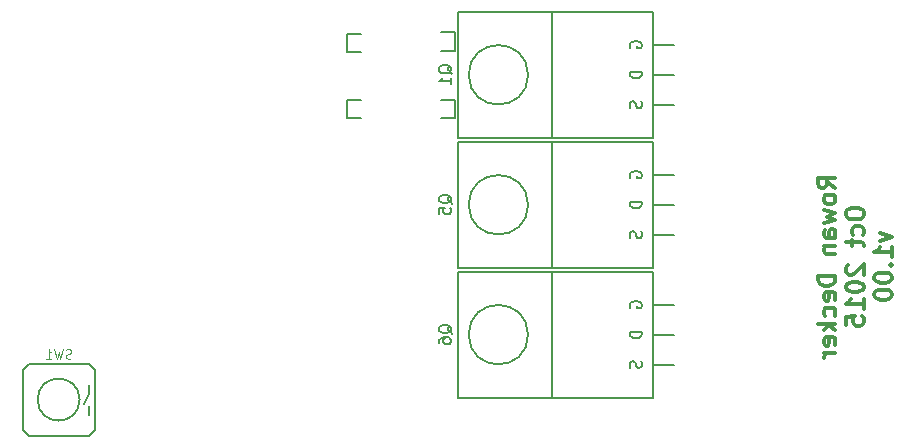
<source format=gbo>
G04 #@! TF.FileFunction,Legend,Bot*
%FSLAX46Y46*%
G04 Gerber Fmt 4.6, Leading zero omitted, Abs format (unit mm)*
G04 Created by KiCad (PCBNEW (2015-10-25 BZR 6279, Git c721c21)-product) date Mon 02 Nov 2015 02:23:49 PM PST*
%MOMM*%
G01*
G04 APERTURE LIST*
%ADD10C,0.100000*%
%ADD11C,0.300000*%
%ADD12C,0.127000*%
%ADD13C,0.150000*%
%ADD14C,0.076200*%
G04 APERTURE END LIST*
D10*
D11*
X118278571Y-50321429D02*
X117564286Y-49821429D01*
X118278571Y-49464286D02*
X116778571Y-49464286D01*
X116778571Y-50035714D01*
X116850000Y-50178572D01*
X116921429Y-50250000D01*
X117064286Y-50321429D01*
X117278571Y-50321429D01*
X117421429Y-50250000D01*
X117492857Y-50178572D01*
X117564286Y-50035714D01*
X117564286Y-49464286D01*
X118278571Y-51178572D02*
X118207143Y-51035714D01*
X118135714Y-50964286D01*
X117992857Y-50892857D01*
X117564286Y-50892857D01*
X117421429Y-50964286D01*
X117350000Y-51035714D01*
X117278571Y-51178572D01*
X117278571Y-51392857D01*
X117350000Y-51535714D01*
X117421429Y-51607143D01*
X117564286Y-51678572D01*
X117992857Y-51678572D01*
X118135714Y-51607143D01*
X118207143Y-51535714D01*
X118278571Y-51392857D01*
X118278571Y-51178572D01*
X117278571Y-52178572D02*
X118278571Y-52464286D01*
X117564286Y-52750000D01*
X118278571Y-53035715D01*
X117278571Y-53321429D01*
X118278571Y-54535715D02*
X117492857Y-54535715D01*
X117350000Y-54464286D01*
X117278571Y-54321429D01*
X117278571Y-54035715D01*
X117350000Y-53892858D01*
X118207143Y-54535715D02*
X118278571Y-54392858D01*
X118278571Y-54035715D01*
X118207143Y-53892858D01*
X118064286Y-53821429D01*
X117921429Y-53821429D01*
X117778571Y-53892858D01*
X117707143Y-54035715D01*
X117707143Y-54392858D01*
X117635714Y-54535715D01*
X117278571Y-55250001D02*
X118278571Y-55250001D01*
X117421429Y-55250001D02*
X117350000Y-55321429D01*
X117278571Y-55464287D01*
X117278571Y-55678572D01*
X117350000Y-55821429D01*
X117492857Y-55892858D01*
X118278571Y-55892858D01*
X118278571Y-57750001D02*
X116778571Y-57750001D01*
X116778571Y-58107144D01*
X116850000Y-58321429D01*
X116992857Y-58464287D01*
X117135714Y-58535715D01*
X117421429Y-58607144D01*
X117635714Y-58607144D01*
X117921429Y-58535715D01*
X118064286Y-58464287D01*
X118207143Y-58321429D01*
X118278571Y-58107144D01*
X118278571Y-57750001D01*
X118207143Y-59821429D02*
X118278571Y-59678572D01*
X118278571Y-59392858D01*
X118207143Y-59250001D01*
X118064286Y-59178572D01*
X117492857Y-59178572D01*
X117350000Y-59250001D01*
X117278571Y-59392858D01*
X117278571Y-59678572D01*
X117350000Y-59821429D01*
X117492857Y-59892858D01*
X117635714Y-59892858D01*
X117778571Y-59178572D01*
X118207143Y-61178572D02*
X118278571Y-61035715D01*
X118278571Y-60750001D01*
X118207143Y-60607143D01*
X118135714Y-60535715D01*
X117992857Y-60464286D01*
X117564286Y-60464286D01*
X117421429Y-60535715D01*
X117350000Y-60607143D01*
X117278571Y-60750001D01*
X117278571Y-61035715D01*
X117350000Y-61178572D01*
X118278571Y-61821429D02*
X116778571Y-61821429D01*
X117707143Y-61964286D02*
X118278571Y-62392857D01*
X117278571Y-62392857D02*
X117850000Y-61821429D01*
X118207143Y-63607143D02*
X118278571Y-63464286D01*
X118278571Y-63178572D01*
X118207143Y-63035715D01*
X118064286Y-62964286D01*
X117492857Y-62964286D01*
X117350000Y-63035715D01*
X117278571Y-63178572D01*
X117278571Y-63464286D01*
X117350000Y-63607143D01*
X117492857Y-63678572D01*
X117635714Y-63678572D01*
X117778571Y-62964286D01*
X118278571Y-64321429D02*
X117278571Y-64321429D01*
X117564286Y-64321429D02*
X117421429Y-64392857D01*
X117350000Y-64464286D01*
X117278571Y-64607143D01*
X117278571Y-64750000D01*
X119178571Y-52357144D02*
X119178571Y-52642858D01*
X119250000Y-52785716D01*
X119392857Y-52928573D01*
X119678571Y-53000001D01*
X120178571Y-53000001D01*
X120464286Y-52928573D01*
X120607143Y-52785716D01*
X120678571Y-52642858D01*
X120678571Y-52357144D01*
X120607143Y-52214287D01*
X120464286Y-52071430D01*
X120178571Y-52000001D01*
X119678571Y-52000001D01*
X119392857Y-52071430D01*
X119250000Y-52214287D01*
X119178571Y-52357144D01*
X120607143Y-54285716D02*
X120678571Y-54142859D01*
X120678571Y-53857145D01*
X120607143Y-53714287D01*
X120535714Y-53642859D01*
X120392857Y-53571430D01*
X119964286Y-53571430D01*
X119821429Y-53642859D01*
X119750000Y-53714287D01*
X119678571Y-53857145D01*
X119678571Y-54142859D01*
X119750000Y-54285716D01*
X119678571Y-54714287D02*
X119678571Y-55285716D01*
X119178571Y-54928573D02*
X120464286Y-54928573D01*
X120607143Y-55000001D01*
X120678571Y-55142859D01*
X120678571Y-55285716D01*
X119321429Y-56857144D02*
X119250000Y-56928573D01*
X119178571Y-57071430D01*
X119178571Y-57428573D01*
X119250000Y-57571430D01*
X119321429Y-57642859D01*
X119464286Y-57714287D01*
X119607143Y-57714287D01*
X119821429Y-57642859D01*
X120678571Y-56785716D01*
X120678571Y-57714287D01*
X119178571Y-58642858D02*
X119178571Y-58785715D01*
X119250000Y-58928572D01*
X119321429Y-59000001D01*
X119464286Y-59071430D01*
X119750000Y-59142858D01*
X120107143Y-59142858D01*
X120392857Y-59071430D01*
X120535714Y-59000001D01*
X120607143Y-58928572D01*
X120678571Y-58785715D01*
X120678571Y-58642858D01*
X120607143Y-58500001D01*
X120535714Y-58428572D01*
X120392857Y-58357144D01*
X120107143Y-58285715D01*
X119750000Y-58285715D01*
X119464286Y-58357144D01*
X119321429Y-58428572D01*
X119250000Y-58500001D01*
X119178571Y-58642858D01*
X120678571Y-60571429D02*
X120678571Y-59714286D01*
X120678571Y-60142858D02*
X119178571Y-60142858D01*
X119392857Y-60000001D01*
X119535714Y-59857143D01*
X119607143Y-59714286D01*
X119178571Y-61928572D02*
X119178571Y-61214286D01*
X119892857Y-61142857D01*
X119821429Y-61214286D01*
X119750000Y-61357143D01*
X119750000Y-61714286D01*
X119821429Y-61857143D01*
X119892857Y-61928572D01*
X120035714Y-62000000D01*
X120392857Y-62000000D01*
X120535714Y-61928572D01*
X120607143Y-61857143D01*
X120678571Y-61714286D01*
X120678571Y-61357143D01*
X120607143Y-61214286D01*
X120535714Y-61142857D01*
X122078571Y-54142858D02*
X123078571Y-54500001D01*
X122078571Y-54857143D01*
X123078571Y-56214286D02*
X123078571Y-55357143D01*
X123078571Y-55785715D02*
X121578571Y-55785715D01*
X121792857Y-55642858D01*
X121935714Y-55500000D01*
X122007143Y-55357143D01*
X122935714Y-56857143D02*
X123007143Y-56928571D01*
X123078571Y-56857143D01*
X123007143Y-56785714D01*
X122935714Y-56857143D01*
X123078571Y-56857143D01*
X121578571Y-57857143D02*
X121578571Y-58000000D01*
X121650000Y-58142857D01*
X121721429Y-58214286D01*
X121864286Y-58285715D01*
X122150000Y-58357143D01*
X122507143Y-58357143D01*
X122792857Y-58285715D01*
X122935714Y-58214286D01*
X123007143Y-58142857D01*
X123078571Y-58000000D01*
X123078571Y-57857143D01*
X123007143Y-57714286D01*
X122935714Y-57642857D01*
X122792857Y-57571429D01*
X122507143Y-57500000D01*
X122150000Y-57500000D01*
X121864286Y-57571429D01*
X121721429Y-57642857D01*
X121650000Y-57714286D01*
X121578571Y-57857143D01*
X121578571Y-59285714D02*
X121578571Y-59428571D01*
X121650000Y-59571428D01*
X121721429Y-59642857D01*
X121864286Y-59714286D01*
X122150000Y-59785714D01*
X122507143Y-59785714D01*
X122792857Y-59714286D01*
X122935714Y-59642857D01*
X123007143Y-59571428D01*
X123078571Y-59428571D01*
X123078571Y-59285714D01*
X123007143Y-59142857D01*
X122935714Y-59071428D01*
X122792857Y-59000000D01*
X122507143Y-58928571D01*
X122150000Y-58928571D01*
X121864286Y-59000000D01*
X121721429Y-59071428D01*
X121650000Y-59142857D01*
X121578571Y-59285714D01*
D12*
X86094860Y-44429700D02*
X84878200Y-44429700D01*
X86094860Y-42882840D02*
X84878200Y-42882840D01*
X86094860Y-38714700D02*
X84878200Y-38714700D01*
X86094860Y-37165300D02*
X84878200Y-37165300D01*
X76905140Y-44429700D02*
X78121800Y-44429700D01*
X76905140Y-42882840D02*
X78121800Y-42882840D01*
X76905140Y-38841700D02*
X78121800Y-38841700D01*
X76905140Y-37292300D02*
X78121800Y-37292300D01*
X86099940Y-37165300D02*
X86099940Y-38714700D01*
X86099940Y-42882840D02*
X86099940Y-44429700D01*
X76905140Y-44429700D02*
X76905140Y-42882840D01*
X76905140Y-38841700D02*
X76905140Y-37292300D01*
D13*
X92250472Y-40750000D02*
G75*
G03X92250472Y-40750000I-2514472J0D01*
G01*
X102817000Y-38210000D02*
X104595000Y-38210000D01*
X102817000Y-40750000D02*
X104595000Y-40750000D01*
X102817000Y-43290000D02*
X104595000Y-43290000D01*
X94308000Y-46084000D02*
X86307000Y-46084000D01*
X86307000Y-46084000D02*
X86307000Y-35416000D01*
X86307000Y-35416000D02*
X94308000Y-35416000D01*
X102817000Y-46084000D02*
X94308000Y-46084000D01*
X94308000Y-46084000D02*
X94308000Y-35416000D01*
X94308000Y-35416000D02*
X102817000Y-35416000D01*
X102817000Y-40750000D02*
X102817000Y-35416000D01*
X102817000Y-40750000D02*
X102817000Y-46084000D01*
X92250472Y-51750000D02*
G75*
G03X92250472Y-51750000I-2514472J0D01*
G01*
X102817000Y-49210000D02*
X104595000Y-49210000D01*
X102817000Y-51750000D02*
X104595000Y-51750000D01*
X102817000Y-54290000D02*
X104595000Y-54290000D01*
X94308000Y-57084000D02*
X86307000Y-57084000D01*
X86307000Y-57084000D02*
X86307000Y-46416000D01*
X86307000Y-46416000D02*
X94308000Y-46416000D01*
X102817000Y-57084000D02*
X94308000Y-57084000D01*
X94308000Y-57084000D02*
X94308000Y-46416000D01*
X94308000Y-46416000D02*
X102817000Y-46416000D01*
X102817000Y-51750000D02*
X102817000Y-46416000D01*
X102817000Y-51750000D02*
X102817000Y-57084000D01*
X92250472Y-62750000D02*
G75*
G03X92250472Y-62750000I-2514472J0D01*
G01*
X102817000Y-60210000D02*
X104595000Y-60210000D01*
X102817000Y-62750000D02*
X104595000Y-62750000D01*
X102817000Y-65290000D02*
X104595000Y-65290000D01*
X94308000Y-68084000D02*
X86307000Y-68084000D01*
X86307000Y-68084000D02*
X86307000Y-57416000D01*
X86307000Y-57416000D02*
X94308000Y-57416000D01*
X102817000Y-68084000D02*
X94308000Y-68084000D01*
X94308000Y-68084000D02*
X94308000Y-57416000D01*
X94308000Y-57416000D02*
X102817000Y-57416000D01*
X102817000Y-62750000D02*
X102817000Y-57416000D01*
X102817000Y-62750000D02*
X102817000Y-68084000D01*
D12*
X55040000Y-67742000D02*
X54659000Y-68631000D01*
X55040000Y-69520000D02*
X55040000Y-68758000D01*
X55040000Y-66980000D02*
X55040000Y-67742000D01*
X55040000Y-65202000D02*
X49960000Y-65202000D01*
X49960000Y-65202000D02*
X49452000Y-65710000D01*
X49452000Y-65710000D02*
X49452000Y-70790000D01*
X49452000Y-70790000D02*
X49960000Y-71298000D01*
X49960000Y-71298000D02*
X55040000Y-71298000D01*
X55040000Y-71298000D02*
X55548000Y-70790000D01*
X55548000Y-70790000D02*
X55548000Y-65710000D01*
X55548000Y-65710000D02*
X55040000Y-65202000D01*
X54278000Y-68250000D02*
G75*
G03X54278000Y-68250000I-1778000J0D01*
G01*
D13*
X85797619Y-40654762D02*
X85750000Y-40559524D01*
X85654762Y-40464286D01*
X85511905Y-40321429D01*
X85464286Y-40226190D01*
X85464286Y-40130952D01*
X85702381Y-40178571D02*
X85654762Y-40083333D01*
X85559524Y-39988095D01*
X85369048Y-39940476D01*
X85035714Y-39940476D01*
X84845238Y-39988095D01*
X84750000Y-40083333D01*
X84702381Y-40178571D01*
X84702381Y-40369048D01*
X84750000Y-40464286D01*
X84845238Y-40559524D01*
X85035714Y-40607143D01*
X85369048Y-40607143D01*
X85559524Y-40559524D01*
X85654762Y-40464286D01*
X85702381Y-40369048D01*
X85702381Y-40178571D01*
X85702381Y-41559524D02*
X85702381Y-40988095D01*
X85702381Y-41273809D02*
X84702381Y-41273809D01*
X84845238Y-41178571D01*
X84940476Y-41083333D01*
X84988095Y-40988095D01*
X101824762Y-43004286D02*
X101872381Y-43147143D01*
X101872381Y-43385239D01*
X101824762Y-43480477D01*
X101777143Y-43528096D01*
X101681905Y-43575715D01*
X101586667Y-43575715D01*
X101491429Y-43528096D01*
X101443810Y-43480477D01*
X101396190Y-43385239D01*
X101348571Y-43194762D01*
X101300952Y-43099524D01*
X101253333Y-43051905D01*
X101158095Y-43004286D01*
X101062857Y-43004286D01*
X100967619Y-43051905D01*
X100920000Y-43099524D01*
X100872381Y-43194762D01*
X100872381Y-43432858D01*
X100920000Y-43575715D01*
X101872381Y-40488095D02*
X100872381Y-40488095D01*
X100872381Y-40726190D01*
X100920000Y-40869048D01*
X101015238Y-40964286D01*
X101110476Y-41011905D01*
X101300952Y-41059524D01*
X101443810Y-41059524D01*
X101634286Y-41011905D01*
X101729524Y-40964286D01*
X101824762Y-40869048D01*
X101872381Y-40726190D01*
X101872381Y-40488095D01*
X100920000Y-38471905D02*
X100872381Y-38376667D01*
X100872381Y-38233810D01*
X100920000Y-38090952D01*
X101015238Y-37995714D01*
X101110476Y-37948095D01*
X101300952Y-37900476D01*
X101443810Y-37900476D01*
X101634286Y-37948095D01*
X101729524Y-37995714D01*
X101824762Y-38090952D01*
X101872381Y-38233810D01*
X101872381Y-38329048D01*
X101824762Y-38471905D01*
X101777143Y-38519524D01*
X101443810Y-38519524D01*
X101443810Y-38329048D01*
X85797619Y-51654762D02*
X85750000Y-51559524D01*
X85654762Y-51464286D01*
X85511905Y-51321429D01*
X85464286Y-51226190D01*
X85464286Y-51130952D01*
X85702381Y-51178571D02*
X85654762Y-51083333D01*
X85559524Y-50988095D01*
X85369048Y-50940476D01*
X85035714Y-50940476D01*
X84845238Y-50988095D01*
X84750000Y-51083333D01*
X84702381Y-51178571D01*
X84702381Y-51369048D01*
X84750000Y-51464286D01*
X84845238Y-51559524D01*
X85035714Y-51607143D01*
X85369048Y-51607143D01*
X85559524Y-51559524D01*
X85654762Y-51464286D01*
X85702381Y-51369048D01*
X85702381Y-51178571D01*
X84702381Y-52511905D02*
X84702381Y-52035714D01*
X85178571Y-51988095D01*
X85130952Y-52035714D01*
X85083333Y-52130952D01*
X85083333Y-52369048D01*
X85130952Y-52464286D01*
X85178571Y-52511905D01*
X85273810Y-52559524D01*
X85511905Y-52559524D01*
X85607143Y-52511905D01*
X85654762Y-52464286D01*
X85702381Y-52369048D01*
X85702381Y-52130952D01*
X85654762Y-52035714D01*
X85607143Y-51988095D01*
X101824762Y-54004286D02*
X101872381Y-54147143D01*
X101872381Y-54385239D01*
X101824762Y-54480477D01*
X101777143Y-54528096D01*
X101681905Y-54575715D01*
X101586667Y-54575715D01*
X101491429Y-54528096D01*
X101443810Y-54480477D01*
X101396190Y-54385239D01*
X101348571Y-54194762D01*
X101300952Y-54099524D01*
X101253333Y-54051905D01*
X101158095Y-54004286D01*
X101062857Y-54004286D01*
X100967619Y-54051905D01*
X100920000Y-54099524D01*
X100872381Y-54194762D01*
X100872381Y-54432858D01*
X100920000Y-54575715D01*
X101872381Y-51488095D02*
X100872381Y-51488095D01*
X100872381Y-51726190D01*
X100920000Y-51869048D01*
X101015238Y-51964286D01*
X101110476Y-52011905D01*
X101300952Y-52059524D01*
X101443810Y-52059524D01*
X101634286Y-52011905D01*
X101729524Y-51964286D01*
X101824762Y-51869048D01*
X101872381Y-51726190D01*
X101872381Y-51488095D01*
X100920000Y-49471905D02*
X100872381Y-49376667D01*
X100872381Y-49233810D01*
X100920000Y-49090952D01*
X101015238Y-48995714D01*
X101110476Y-48948095D01*
X101300952Y-48900476D01*
X101443810Y-48900476D01*
X101634286Y-48948095D01*
X101729524Y-48995714D01*
X101824762Y-49090952D01*
X101872381Y-49233810D01*
X101872381Y-49329048D01*
X101824762Y-49471905D01*
X101777143Y-49519524D01*
X101443810Y-49519524D01*
X101443810Y-49329048D01*
X85797619Y-62654762D02*
X85750000Y-62559524D01*
X85654762Y-62464286D01*
X85511905Y-62321429D01*
X85464286Y-62226190D01*
X85464286Y-62130952D01*
X85702381Y-62178571D02*
X85654762Y-62083333D01*
X85559524Y-61988095D01*
X85369048Y-61940476D01*
X85035714Y-61940476D01*
X84845238Y-61988095D01*
X84750000Y-62083333D01*
X84702381Y-62178571D01*
X84702381Y-62369048D01*
X84750000Y-62464286D01*
X84845238Y-62559524D01*
X85035714Y-62607143D01*
X85369048Y-62607143D01*
X85559524Y-62559524D01*
X85654762Y-62464286D01*
X85702381Y-62369048D01*
X85702381Y-62178571D01*
X84702381Y-63464286D02*
X84702381Y-63273809D01*
X84750000Y-63178571D01*
X84797619Y-63130952D01*
X84940476Y-63035714D01*
X85130952Y-62988095D01*
X85511905Y-62988095D01*
X85607143Y-63035714D01*
X85654762Y-63083333D01*
X85702381Y-63178571D01*
X85702381Y-63369048D01*
X85654762Y-63464286D01*
X85607143Y-63511905D01*
X85511905Y-63559524D01*
X85273810Y-63559524D01*
X85178571Y-63511905D01*
X85130952Y-63464286D01*
X85083333Y-63369048D01*
X85083333Y-63178571D01*
X85130952Y-63083333D01*
X85178571Y-63035714D01*
X85273810Y-62988095D01*
X101824762Y-65004286D02*
X101872381Y-65147143D01*
X101872381Y-65385239D01*
X101824762Y-65480477D01*
X101777143Y-65528096D01*
X101681905Y-65575715D01*
X101586667Y-65575715D01*
X101491429Y-65528096D01*
X101443810Y-65480477D01*
X101396190Y-65385239D01*
X101348571Y-65194762D01*
X101300952Y-65099524D01*
X101253333Y-65051905D01*
X101158095Y-65004286D01*
X101062857Y-65004286D01*
X100967619Y-65051905D01*
X100920000Y-65099524D01*
X100872381Y-65194762D01*
X100872381Y-65432858D01*
X100920000Y-65575715D01*
X101872381Y-62488095D02*
X100872381Y-62488095D01*
X100872381Y-62726190D01*
X100920000Y-62869048D01*
X101015238Y-62964286D01*
X101110476Y-63011905D01*
X101300952Y-63059524D01*
X101443810Y-63059524D01*
X101634286Y-63011905D01*
X101729524Y-62964286D01*
X101824762Y-62869048D01*
X101872381Y-62726190D01*
X101872381Y-62488095D01*
X100920000Y-60471905D02*
X100872381Y-60376667D01*
X100872381Y-60233810D01*
X100920000Y-60090952D01*
X101015238Y-59995714D01*
X101110476Y-59948095D01*
X101300952Y-59900476D01*
X101443810Y-59900476D01*
X101634286Y-59948095D01*
X101729524Y-59995714D01*
X101824762Y-60090952D01*
X101872381Y-60233810D01*
X101872381Y-60329048D01*
X101824762Y-60471905D01*
X101777143Y-60519524D01*
X101443810Y-60519524D01*
X101443810Y-60329048D01*
D14*
X53583733Y-64768990D02*
X53467619Y-64807695D01*
X53274095Y-64807695D01*
X53196685Y-64768990D01*
X53157981Y-64730286D01*
X53119276Y-64652876D01*
X53119276Y-64575467D01*
X53157981Y-64498057D01*
X53196685Y-64459352D01*
X53274095Y-64420648D01*
X53428914Y-64381943D01*
X53506323Y-64343238D01*
X53545028Y-64304533D01*
X53583733Y-64227124D01*
X53583733Y-64149714D01*
X53545028Y-64072305D01*
X53506323Y-64033600D01*
X53428914Y-63994895D01*
X53235390Y-63994895D01*
X53119276Y-64033600D01*
X52848343Y-63994895D02*
X52654819Y-64807695D01*
X52500000Y-64227124D01*
X52345181Y-64807695D01*
X52151657Y-63994895D01*
X51416267Y-64807695D02*
X51880724Y-64807695D01*
X51648495Y-64807695D02*
X51648495Y-63994895D01*
X51725905Y-64111010D01*
X51803314Y-64188419D01*
X51880724Y-64227124D01*
M02*

</source>
